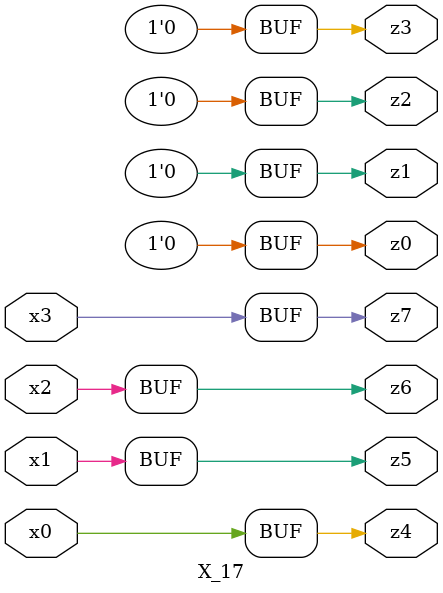
<source format=v>

module X_17 ( 
    x0, x1, x2, x3,
    z0, z1, z2, z3, z4, z5, z6, z7  );
  input  x0, x1, x2, x3;
  output z0, z1, z2, z3, z4, z5, z6, z7;
  assign z0 = 1'b0;
  assign z1 = 1'b0;
  assign z2 = 1'b0;
  assign z3 = 1'b0;
  assign z4 = x0;
  assign z5 = x1;
  assign z6 = x2;
  assign z7 = x3;
endmodule



</source>
